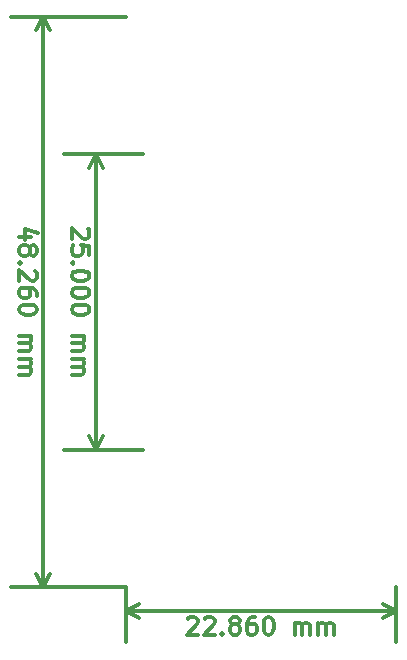
<source format=gbr>
G04 #@! TF.FileFunction,Drawing*
%FSLAX46Y46*%
G04 Gerber Fmt 4.6, Leading zero omitted, Abs format (unit mm)*
G04 Created by KiCad (PCBNEW 4.0.7) date 07/18/18 10:51:39*
%MOMM*%
%LPD*%
G01*
G04 APERTURE LIST*
%ADD10C,0.100000*%
%ADD11C,0.300000*%
G04 APERTURE END LIST*
D10*
D11*
X143785715Y-126801429D02*
X143857144Y-126730000D01*
X144000001Y-126658571D01*
X144357144Y-126658571D01*
X144500001Y-126730000D01*
X144571430Y-126801429D01*
X144642858Y-126944286D01*
X144642858Y-127087143D01*
X144571430Y-127301429D01*
X143714287Y-128158571D01*
X144642858Y-128158571D01*
X145214286Y-126801429D02*
X145285715Y-126730000D01*
X145428572Y-126658571D01*
X145785715Y-126658571D01*
X145928572Y-126730000D01*
X146000001Y-126801429D01*
X146071429Y-126944286D01*
X146071429Y-127087143D01*
X146000001Y-127301429D01*
X145142858Y-128158571D01*
X146071429Y-128158571D01*
X146714286Y-128015714D02*
X146785714Y-128087143D01*
X146714286Y-128158571D01*
X146642857Y-128087143D01*
X146714286Y-128015714D01*
X146714286Y-128158571D01*
X147642858Y-127301429D02*
X147500000Y-127230000D01*
X147428572Y-127158571D01*
X147357143Y-127015714D01*
X147357143Y-126944286D01*
X147428572Y-126801429D01*
X147500000Y-126730000D01*
X147642858Y-126658571D01*
X147928572Y-126658571D01*
X148071429Y-126730000D01*
X148142858Y-126801429D01*
X148214286Y-126944286D01*
X148214286Y-127015714D01*
X148142858Y-127158571D01*
X148071429Y-127230000D01*
X147928572Y-127301429D01*
X147642858Y-127301429D01*
X147500000Y-127372857D01*
X147428572Y-127444286D01*
X147357143Y-127587143D01*
X147357143Y-127872857D01*
X147428572Y-128015714D01*
X147500000Y-128087143D01*
X147642858Y-128158571D01*
X147928572Y-128158571D01*
X148071429Y-128087143D01*
X148142858Y-128015714D01*
X148214286Y-127872857D01*
X148214286Y-127587143D01*
X148142858Y-127444286D01*
X148071429Y-127372857D01*
X147928572Y-127301429D01*
X149500000Y-126658571D02*
X149214286Y-126658571D01*
X149071429Y-126730000D01*
X149000000Y-126801429D01*
X148857143Y-127015714D01*
X148785714Y-127301429D01*
X148785714Y-127872857D01*
X148857143Y-128015714D01*
X148928571Y-128087143D01*
X149071429Y-128158571D01*
X149357143Y-128158571D01*
X149500000Y-128087143D01*
X149571429Y-128015714D01*
X149642857Y-127872857D01*
X149642857Y-127515714D01*
X149571429Y-127372857D01*
X149500000Y-127301429D01*
X149357143Y-127230000D01*
X149071429Y-127230000D01*
X148928571Y-127301429D01*
X148857143Y-127372857D01*
X148785714Y-127515714D01*
X150571428Y-126658571D02*
X150714285Y-126658571D01*
X150857142Y-126730000D01*
X150928571Y-126801429D01*
X151000000Y-126944286D01*
X151071428Y-127230000D01*
X151071428Y-127587143D01*
X151000000Y-127872857D01*
X150928571Y-128015714D01*
X150857142Y-128087143D01*
X150714285Y-128158571D01*
X150571428Y-128158571D01*
X150428571Y-128087143D01*
X150357142Y-128015714D01*
X150285714Y-127872857D01*
X150214285Y-127587143D01*
X150214285Y-127230000D01*
X150285714Y-126944286D01*
X150357142Y-126801429D01*
X150428571Y-126730000D01*
X150571428Y-126658571D01*
X152857142Y-128158571D02*
X152857142Y-127158571D01*
X152857142Y-127301429D02*
X152928570Y-127230000D01*
X153071428Y-127158571D01*
X153285713Y-127158571D01*
X153428570Y-127230000D01*
X153499999Y-127372857D01*
X153499999Y-128158571D01*
X153499999Y-127372857D02*
X153571428Y-127230000D01*
X153714285Y-127158571D01*
X153928570Y-127158571D01*
X154071428Y-127230000D01*
X154142856Y-127372857D01*
X154142856Y-128158571D01*
X154857142Y-128158571D02*
X154857142Y-127158571D01*
X154857142Y-127301429D02*
X154928570Y-127230000D01*
X155071428Y-127158571D01*
X155285713Y-127158571D01*
X155428570Y-127230000D01*
X155499999Y-127372857D01*
X155499999Y-128158571D01*
X155499999Y-127372857D02*
X155571428Y-127230000D01*
X155714285Y-127158571D01*
X155928570Y-127158571D01*
X156071428Y-127230000D01*
X156142856Y-127372857D01*
X156142856Y-128158571D01*
X138570000Y-126130000D02*
X161430000Y-126130000D01*
X138570000Y-124130000D02*
X138570000Y-128830000D01*
X161430000Y-124130000D02*
X161430000Y-128830000D01*
X161430000Y-126130000D02*
X160303496Y-126716421D01*
X161430000Y-126130000D02*
X160303496Y-125543579D01*
X138570000Y-126130000D02*
X139696504Y-126716421D01*
X138570000Y-126130000D02*
X139696504Y-125543579D01*
X135328572Y-93785715D02*
X135400001Y-93857144D01*
X135471430Y-94000001D01*
X135471430Y-94357144D01*
X135400001Y-94500001D01*
X135328572Y-94571430D01*
X135185715Y-94642858D01*
X135042858Y-94642858D01*
X134828572Y-94571430D01*
X133971430Y-93714287D01*
X133971430Y-94642858D01*
X135471430Y-96000001D02*
X135471430Y-95285715D01*
X134757144Y-95214286D01*
X134828572Y-95285715D01*
X134900001Y-95428572D01*
X134900001Y-95785715D01*
X134828572Y-95928572D01*
X134757144Y-96000001D01*
X134614287Y-96071429D01*
X134257144Y-96071429D01*
X134114287Y-96000001D01*
X134042858Y-95928572D01*
X133971430Y-95785715D01*
X133971430Y-95428572D01*
X134042858Y-95285715D01*
X134114287Y-95214286D01*
X134114287Y-96714286D02*
X134042858Y-96785714D01*
X133971430Y-96714286D01*
X134042858Y-96642857D01*
X134114287Y-96714286D01*
X133971430Y-96714286D01*
X135471430Y-97714286D02*
X135471430Y-97857143D01*
X135400001Y-98000000D01*
X135328572Y-98071429D01*
X135185715Y-98142858D01*
X134900001Y-98214286D01*
X134542858Y-98214286D01*
X134257144Y-98142858D01*
X134114287Y-98071429D01*
X134042858Y-98000000D01*
X133971430Y-97857143D01*
X133971430Y-97714286D01*
X134042858Y-97571429D01*
X134114287Y-97500000D01*
X134257144Y-97428572D01*
X134542858Y-97357143D01*
X134900001Y-97357143D01*
X135185715Y-97428572D01*
X135328572Y-97500000D01*
X135400001Y-97571429D01*
X135471430Y-97714286D01*
X135471430Y-99142857D02*
X135471430Y-99285714D01*
X135400001Y-99428571D01*
X135328572Y-99500000D01*
X135185715Y-99571429D01*
X134900001Y-99642857D01*
X134542858Y-99642857D01*
X134257144Y-99571429D01*
X134114287Y-99500000D01*
X134042858Y-99428571D01*
X133971430Y-99285714D01*
X133971430Y-99142857D01*
X134042858Y-99000000D01*
X134114287Y-98928571D01*
X134257144Y-98857143D01*
X134542858Y-98785714D01*
X134900001Y-98785714D01*
X135185715Y-98857143D01*
X135328572Y-98928571D01*
X135400001Y-99000000D01*
X135471430Y-99142857D01*
X135471430Y-100571428D02*
X135471430Y-100714285D01*
X135400001Y-100857142D01*
X135328572Y-100928571D01*
X135185715Y-101000000D01*
X134900001Y-101071428D01*
X134542858Y-101071428D01*
X134257144Y-101000000D01*
X134114287Y-100928571D01*
X134042858Y-100857142D01*
X133971430Y-100714285D01*
X133971430Y-100571428D01*
X134042858Y-100428571D01*
X134114287Y-100357142D01*
X134257144Y-100285714D01*
X134542858Y-100214285D01*
X134900001Y-100214285D01*
X135185715Y-100285714D01*
X135328572Y-100357142D01*
X135400001Y-100428571D01*
X135471430Y-100571428D01*
X133971430Y-102857142D02*
X134971430Y-102857142D01*
X134828572Y-102857142D02*
X134900001Y-102928570D01*
X134971430Y-103071428D01*
X134971430Y-103285713D01*
X134900001Y-103428570D01*
X134757144Y-103499999D01*
X133971430Y-103499999D01*
X134757144Y-103499999D02*
X134900001Y-103571428D01*
X134971430Y-103714285D01*
X134971430Y-103928570D01*
X134900001Y-104071428D01*
X134757144Y-104142856D01*
X133971430Y-104142856D01*
X133971430Y-104857142D02*
X134971430Y-104857142D01*
X134828572Y-104857142D02*
X134900001Y-104928570D01*
X134971430Y-105071428D01*
X134971430Y-105285713D01*
X134900001Y-105428570D01*
X134757144Y-105499999D01*
X133971430Y-105499999D01*
X134757144Y-105499999D02*
X134900001Y-105571428D01*
X134971430Y-105714285D01*
X134971430Y-105928570D01*
X134900001Y-106071428D01*
X134757144Y-106142856D01*
X133971430Y-106142856D01*
X136000001Y-87500000D02*
X136000001Y-112500000D01*
X140000000Y-87500000D02*
X133300001Y-87500000D01*
X140000000Y-112500000D02*
X133300001Y-112500000D01*
X136000001Y-112500000D02*
X135413580Y-111373496D01*
X136000001Y-112500000D02*
X136586422Y-111373496D01*
X136000001Y-87500000D02*
X135413580Y-88626504D01*
X136000001Y-87500000D02*
X136586422Y-88626504D01*
X130541430Y-94500001D02*
X129541430Y-94500001D01*
X131112858Y-94142858D02*
X130041430Y-93785715D01*
X130041430Y-94714287D01*
X130398572Y-95500001D02*
X130470001Y-95357143D01*
X130541430Y-95285715D01*
X130684287Y-95214286D01*
X130755715Y-95214286D01*
X130898572Y-95285715D01*
X130970001Y-95357143D01*
X131041430Y-95500001D01*
X131041430Y-95785715D01*
X130970001Y-95928572D01*
X130898572Y-96000001D01*
X130755715Y-96071429D01*
X130684287Y-96071429D01*
X130541430Y-96000001D01*
X130470001Y-95928572D01*
X130398572Y-95785715D01*
X130398572Y-95500001D01*
X130327144Y-95357143D01*
X130255715Y-95285715D01*
X130112858Y-95214286D01*
X129827144Y-95214286D01*
X129684287Y-95285715D01*
X129612858Y-95357143D01*
X129541430Y-95500001D01*
X129541430Y-95785715D01*
X129612858Y-95928572D01*
X129684287Y-96000001D01*
X129827144Y-96071429D01*
X130112858Y-96071429D01*
X130255715Y-96000001D01*
X130327144Y-95928572D01*
X130398572Y-95785715D01*
X129684287Y-96714286D02*
X129612858Y-96785714D01*
X129541430Y-96714286D01*
X129612858Y-96642857D01*
X129684287Y-96714286D01*
X129541430Y-96714286D01*
X130898572Y-97357143D02*
X130970001Y-97428572D01*
X131041430Y-97571429D01*
X131041430Y-97928572D01*
X130970001Y-98071429D01*
X130898572Y-98142858D01*
X130755715Y-98214286D01*
X130612858Y-98214286D01*
X130398572Y-98142858D01*
X129541430Y-97285715D01*
X129541430Y-98214286D01*
X131041430Y-99500000D02*
X131041430Y-99214286D01*
X130970001Y-99071429D01*
X130898572Y-99000000D01*
X130684287Y-98857143D01*
X130398572Y-98785714D01*
X129827144Y-98785714D01*
X129684287Y-98857143D01*
X129612858Y-98928571D01*
X129541430Y-99071429D01*
X129541430Y-99357143D01*
X129612858Y-99500000D01*
X129684287Y-99571429D01*
X129827144Y-99642857D01*
X130184287Y-99642857D01*
X130327144Y-99571429D01*
X130398572Y-99500000D01*
X130470001Y-99357143D01*
X130470001Y-99071429D01*
X130398572Y-98928571D01*
X130327144Y-98857143D01*
X130184287Y-98785714D01*
X131041430Y-100571428D02*
X131041430Y-100714285D01*
X130970001Y-100857142D01*
X130898572Y-100928571D01*
X130755715Y-101000000D01*
X130470001Y-101071428D01*
X130112858Y-101071428D01*
X129827144Y-101000000D01*
X129684287Y-100928571D01*
X129612858Y-100857142D01*
X129541430Y-100714285D01*
X129541430Y-100571428D01*
X129612858Y-100428571D01*
X129684287Y-100357142D01*
X129827144Y-100285714D01*
X130112858Y-100214285D01*
X130470001Y-100214285D01*
X130755715Y-100285714D01*
X130898572Y-100357142D01*
X130970001Y-100428571D01*
X131041430Y-100571428D01*
X129541430Y-102857142D02*
X130541430Y-102857142D01*
X130398572Y-102857142D02*
X130470001Y-102928570D01*
X130541430Y-103071428D01*
X130541430Y-103285713D01*
X130470001Y-103428570D01*
X130327144Y-103499999D01*
X129541430Y-103499999D01*
X130327144Y-103499999D02*
X130470001Y-103571428D01*
X130541430Y-103714285D01*
X130541430Y-103928570D01*
X130470001Y-104071428D01*
X130327144Y-104142856D01*
X129541430Y-104142856D01*
X129541430Y-104857142D02*
X130541430Y-104857142D01*
X130398572Y-104857142D02*
X130470001Y-104928570D01*
X130541430Y-105071428D01*
X130541430Y-105285713D01*
X130470001Y-105428570D01*
X130327144Y-105499999D01*
X129541430Y-105499999D01*
X130327144Y-105499999D02*
X130470001Y-105571428D01*
X130541430Y-105714285D01*
X130541430Y-105928570D01*
X130470001Y-106071428D01*
X130327144Y-106142856D01*
X129541430Y-106142856D01*
X131570001Y-75870000D02*
X131570001Y-124130000D01*
X138570000Y-75870000D02*
X128870001Y-75870000D01*
X138570000Y-124130000D02*
X128870001Y-124130000D01*
X131570001Y-124130000D02*
X130983580Y-123003496D01*
X131570001Y-124130000D02*
X132156422Y-123003496D01*
X131570001Y-75870000D02*
X130983580Y-76996504D01*
X131570001Y-75870000D02*
X132156422Y-76996504D01*
M02*

</source>
